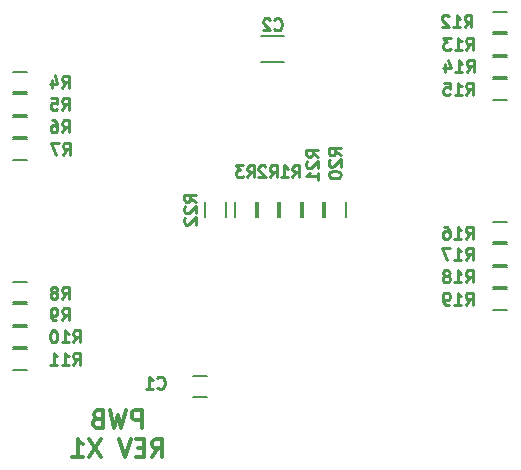
<source format=gbr>
G04 #@! TF.FileFunction,Legend,Bot*
%FSLAX46Y46*%
G04 Gerber Fmt 4.6, Leading zero omitted, Abs format (unit mm)*
G04 Created by KiCad (PCBNEW (after 2015-mar-04 BZR unknown)-product) date 2/6/2017 10:13:32 AM*
%MOMM*%
G01*
G04 APERTURE LIST*
%ADD10C,0.150000*%
%ADD11C,0.304800*%
%ADD12C,0.254000*%
G04 APERTURE END LIST*
D10*
D11*
X169037000Y-125200229D02*
X169037000Y-123676229D01*
X168456428Y-123676229D01*
X168311286Y-123748800D01*
X168238714Y-123821371D01*
X168166143Y-123966514D01*
X168166143Y-124184229D01*
X168238714Y-124329371D01*
X168311286Y-124401943D01*
X168456428Y-124474514D01*
X169037000Y-124474514D01*
X167658143Y-123676229D02*
X167295286Y-125200229D01*
X167005000Y-124111657D01*
X166714714Y-125200229D01*
X166351857Y-123676229D01*
X165263286Y-124401943D02*
X165045572Y-124474514D01*
X164973000Y-124547086D01*
X164900429Y-124692229D01*
X164900429Y-124909943D01*
X164973000Y-125055086D01*
X165045572Y-125127657D01*
X165190714Y-125200229D01*
X165771286Y-125200229D01*
X165771286Y-123676229D01*
X165263286Y-123676229D01*
X165118143Y-123748800D01*
X165045572Y-123821371D01*
X164973000Y-123966514D01*
X164973000Y-124111657D01*
X165045572Y-124256800D01*
X165118143Y-124329371D01*
X165263286Y-124401943D01*
X165771286Y-124401943D01*
X169907858Y-127638629D02*
X170415858Y-126912914D01*
X170778715Y-127638629D02*
X170778715Y-126114629D01*
X170198143Y-126114629D01*
X170053001Y-126187200D01*
X169980429Y-126259771D01*
X169907858Y-126404914D01*
X169907858Y-126622629D01*
X169980429Y-126767771D01*
X170053001Y-126840343D01*
X170198143Y-126912914D01*
X170778715Y-126912914D01*
X169254715Y-126840343D02*
X168746715Y-126840343D01*
X168529001Y-127638629D02*
X169254715Y-127638629D01*
X169254715Y-126114629D01*
X168529001Y-126114629D01*
X168093572Y-126114629D02*
X167585572Y-127638629D01*
X167077572Y-126114629D01*
X165553572Y-126114629D02*
X164537572Y-127638629D01*
X164537572Y-126114629D02*
X165553572Y-127638629D01*
X163158714Y-127638629D02*
X164029571Y-127638629D01*
X163594143Y-127638629D02*
X163594143Y-126114629D01*
X163739286Y-126332343D01*
X163884428Y-126477486D01*
X164029571Y-126550057D01*
D10*
X199990000Y-89930000D02*
X198790000Y-89930000D01*
X198790000Y-91680000D02*
X199990000Y-91680000D01*
X199990000Y-95645000D02*
X198790000Y-95645000D01*
X198790000Y-97395000D02*
X199990000Y-97395000D01*
X199990000Y-91835000D02*
X198790000Y-91835000D01*
X198790000Y-93585000D02*
X199990000Y-93585000D01*
X158150000Y-100570000D02*
X159350000Y-100570000D01*
X159350000Y-98820000D02*
X158150000Y-98820000D01*
X158150000Y-96760000D02*
X159350000Y-96760000D01*
X159350000Y-95010000D02*
X158150000Y-95010000D01*
X199990000Y-107710000D02*
X198790000Y-107710000D01*
X198790000Y-109460000D02*
X199990000Y-109460000D01*
X199990000Y-113425000D02*
X198790000Y-113425000D01*
X198790000Y-115175000D02*
X199990000Y-115175000D01*
X158150000Y-120255000D02*
X159350000Y-120255000D01*
X159350000Y-118505000D02*
X158150000Y-118505000D01*
X199990000Y-93740000D02*
X198790000Y-93740000D01*
X198790000Y-95490000D02*
X199990000Y-95490000D01*
X178675000Y-107280000D02*
X178675000Y-106080000D01*
X176925000Y-106080000D02*
X176925000Y-107280000D01*
X199990000Y-111520000D02*
X198790000Y-111520000D01*
X198790000Y-113270000D02*
X199990000Y-113270000D01*
X158150000Y-98665000D02*
X159350000Y-98665000D01*
X159350000Y-96915000D02*
X158150000Y-96915000D01*
X158150000Y-102475000D02*
X159350000Y-102475000D01*
X159350000Y-100725000D02*
X158150000Y-100725000D01*
X180580000Y-107280000D02*
X180580000Y-106080000D01*
X178830000Y-106080000D02*
X178830000Y-107280000D01*
X199990000Y-109615000D02*
X198790000Y-109615000D01*
X198790000Y-111365000D02*
X199990000Y-111365000D01*
X173390000Y-122541000D02*
X174590000Y-122541000D01*
X174590000Y-120791000D02*
X173390000Y-120791000D01*
X181086000Y-92016000D02*
X179086000Y-92016000D01*
X179086000Y-94166000D02*
X181086000Y-94166000D01*
X158150000Y-114540000D02*
X159350000Y-114540000D01*
X159350000Y-112790000D02*
X158150000Y-112790000D01*
X158150000Y-118350000D02*
X159350000Y-118350000D01*
X159350000Y-116600000D02*
X158150000Y-116600000D01*
X158150000Y-116445000D02*
X159350000Y-116445000D01*
X159350000Y-114695000D02*
X158150000Y-114695000D01*
X182485000Y-107280000D02*
X182485000Y-106080000D01*
X180735000Y-106080000D02*
X180735000Y-107280000D01*
X186295000Y-107280000D02*
X186295000Y-106080000D01*
X184545000Y-106080000D02*
X184545000Y-107280000D01*
X184390000Y-107280000D02*
X184390000Y-106080000D01*
X182640000Y-106080000D02*
X182640000Y-107280000D01*
X176135000Y-107280000D02*
X176135000Y-106080000D01*
X174385000Y-106080000D02*
X174385000Y-107280000D01*
D12*
X196353143Y-91259619D02*
X196691809Y-90775810D01*
X196933714Y-91259619D02*
X196933714Y-90243619D01*
X196546667Y-90243619D01*
X196449905Y-90292000D01*
X196401524Y-90340381D01*
X196353143Y-90437143D01*
X196353143Y-90582286D01*
X196401524Y-90679048D01*
X196449905Y-90727429D01*
X196546667Y-90775810D01*
X196933714Y-90775810D01*
X195385524Y-91259619D02*
X195966095Y-91259619D01*
X195675809Y-91259619D02*
X195675809Y-90243619D01*
X195772571Y-90388762D01*
X195869333Y-90485524D01*
X195966095Y-90533905D01*
X194998476Y-90340381D02*
X194950095Y-90292000D01*
X194853333Y-90243619D01*
X194611429Y-90243619D01*
X194514667Y-90292000D01*
X194466286Y-90340381D01*
X194417905Y-90437143D01*
X194417905Y-90533905D01*
X194466286Y-90679048D01*
X195046857Y-91259619D01*
X194417905Y-91259619D01*
X196487143Y-96979619D02*
X196825809Y-96495810D01*
X197067714Y-96979619D02*
X197067714Y-95963619D01*
X196680667Y-95963619D01*
X196583905Y-96012000D01*
X196535524Y-96060381D01*
X196487143Y-96157143D01*
X196487143Y-96302286D01*
X196535524Y-96399048D01*
X196583905Y-96447429D01*
X196680667Y-96495810D01*
X197067714Y-96495810D01*
X195519524Y-96979619D02*
X196100095Y-96979619D01*
X195809809Y-96979619D02*
X195809809Y-95963619D01*
X195906571Y-96108762D01*
X196003333Y-96205524D01*
X196100095Y-96253905D01*
X194600286Y-95963619D02*
X195084095Y-95963619D01*
X195132476Y-96447429D01*
X195084095Y-96399048D01*
X194987333Y-96350667D01*
X194745429Y-96350667D01*
X194648667Y-96399048D01*
X194600286Y-96447429D01*
X194551905Y-96544190D01*
X194551905Y-96786095D01*
X194600286Y-96882857D01*
X194648667Y-96931238D01*
X194745429Y-96979619D01*
X194987333Y-96979619D01*
X195084095Y-96931238D01*
X195132476Y-96882857D01*
X196487143Y-93169619D02*
X196825809Y-92685810D01*
X197067714Y-93169619D02*
X197067714Y-92153619D01*
X196680667Y-92153619D01*
X196583905Y-92202000D01*
X196535524Y-92250381D01*
X196487143Y-92347143D01*
X196487143Y-92492286D01*
X196535524Y-92589048D01*
X196583905Y-92637429D01*
X196680667Y-92685810D01*
X197067714Y-92685810D01*
X195519524Y-93169619D02*
X196100095Y-93169619D01*
X195809809Y-93169619D02*
X195809809Y-92153619D01*
X195906571Y-92298762D01*
X196003333Y-92395524D01*
X196100095Y-92443905D01*
X195180857Y-92153619D02*
X194551905Y-92153619D01*
X194890571Y-92540667D01*
X194745429Y-92540667D01*
X194648667Y-92589048D01*
X194600286Y-92637429D01*
X194551905Y-92734190D01*
X194551905Y-92976095D01*
X194600286Y-93072857D01*
X194648667Y-93121238D01*
X194745429Y-93169619D01*
X195035714Y-93169619D01*
X195132476Y-93121238D01*
X195180857Y-93072857D01*
X162269333Y-100159619D02*
X162607999Y-99675810D01*
X162849904Y-100159619D02*
X162849904Y-99143619D01*
X162462857Y-99143619D01*
X162366095Y-99192000D01*
X162317714Y-99240381D01*
X162269333Y-99337143D01*
X162269333Y-99482286D01*
X162317714Y-99579048D01*
X162366095Y-99627429D01*
X162462857Y-99675810D01*
X162849904Y-99675810D01*
X161398476Y-99143619D02*
X161591999Y-99143619D01*
X161688761Y-99192000D01*
X161737142Y-99240381D01*
X161833904Y-99385524D01*
X161882285Y-99579048D01*
X161882285Y-99966095D01*
X161833904Y-100062857D01*
X161785523Y-100111238D01*
X161688761Y-100159619D01*
X161495238Y-100159619D01*
X161398476Y-100111238D01*
X161350095Y-100062857D01*
X161301714Y-99966095D01*
X161301714Y-99724190D01*
X161350095Y-99627429D01*
X161398476Y-99579048D01*
X161495238Y-99530667D01*
X161688761Y-99530667D01*
X161785523Y-99579048D01*
X161833904Y-99627429D01*
X161882285Y-99724190D01*
X162269333Y-96359619D02*
X162607999Y-95875810D01*
X162849904Y-96359619D02*
X162849904Y-95343619D01*
X162462857Y-95343619D01*
X162366095Y-95392000D01*
X162317714Y-95440381D01*
X162269333Y-95537143D01*
X162269333Y-95682286D01*
X162317714Y-95779048D01*
X162366095Y-95827429D01*
X162462857Y-95875810D01*
X162849904Y-95875810D01*
X161398476Y-95682286D02*
X161398476Y-96359619D01*
X161640380Y-95295238D02*
X161882285Y-96020952D01*
X161253333Y-96020952D01*
X196453143Y-109159619D02*
X196791809Y-108675810D01*
X197033714Y-109159619D02*
X197033714Y-108143619D01*
X196646667Y-108143619D01*
X196549905Y-108192000D01*
X196501524Y-108240381D01*
X196453143Y-108337143D01*
X196453143Y-108482286D01*
X196501524Y-108579048D01*
X196549905Y-108627429D01*
X196646667Y-108675810D01*
X197033714Y-108675810D01*
X195485524Y-109159619D02*
X196066095Y-109159619D01*
X195775809Y-109159619D02*
X195775809Y-108143619D01*
X195872571Y-108288762D01*
X195969333Y-108385524D01*
X196066095Y-108433905D01*
X194614667Y-108143619D02*
X194808190Y-108143619D01*
X194904952Y-108192000D01*
X194953333Y-108240381D01*
X195050095Y-108385524D01*
X195098476Y-108579048D01*
X195098476Y-108966095D01*
X195050095Y-109062857D01*
X195001714Y-109111238D01*
X194904952Y-109159619D01*
X194711429Y-109159619D01*
X194614667Y-109111238D01*
X194566286Y-109062857D01*
X194517905Y-108966095D01*
X194517905Y-108724190D01*
X194566286Y-108627429D01*
X194614667Y-108579048D01*
X194711429Y-108530667D01*
X194904952Y-108530667D01*
X195001714Y-108579048D01*
X195050095Y-108627429D01*
X195098476Y-108724190D01*
X196453143Y-114759619D02*
X196791809Y-114275810D01*
X197033714Y-114759619D02*
X197033714Y-113743619D01*
X196646667Y-113743619D01*
X196549905Y-113792000D01*
X196501524Y-113840381D01*
X196453143Y-113937143D01*
X196453143Y-114082286D01*
X196501524Y-114179048D01*
X196549905Y-114227429D01*
X196646667Y-114275810D01*
X197033714Y-114275810D01*
X195485524Y-114759619D02*
X196066095Y-114759619D01*
X195775809Y-114759619D02*
X195775809Y-113743619D01*
X195872571Y-113888762D01*
X195969333Y-113985524D01*
X196066095Y-114033905D01*
X195001714Y-114759619D02*
X194808190Y-114759619D01*
X194711429Y-114711238D01*
X194663048Y-114662857D01*
X194566286Y-114517714D01*
X194517905Y-114324190D01*
X194517905Y-113937143D01*
X194566286Y-113840381D01*
X194614667Y-113792000D01*
X194711429Y-113743619D01*
X194904952Y-113743619D01*
X195001714Y-113792000D01*
X195050095Y-113840381D01*
X195098476Y-113937143D01*
X195098476Y-114179048D01*
X195050095Y-114275810D01*
X195001714Y-114324190D01*
X194904952Y-114372571D01*
X194711429Y-114372571D01*
X194614667Y-114324190D01*
X194566286Y-114275810D01*
X194517905Y-114179048D01*
X163213143Y-119839619D02*
X163551809Y-119355810D01*
X163793714Y-119839619D02*
X163793714Y-118823619D01*
X163406667Y-118823619D01*
X163309905Y-118872000D01*
X163261524Y-118920381D01*
X163213143Y-119017143D01*
X163213143Y-119162286D01*
X163261524Y-119259048D01*
X163309905Y-119307429D01*
X163406667Y-119355810D01*
X163793714Y-119355810D01*
X162245524Y-119839619D02*
X162826095Y-119839619D01*
X162535809Y-119839619D02*
X162535809Y-118823619D01*
X162632571Y-118968762D01*
X162729333Y-119065524D01*
X162826095Y-119113905D01*
X161277905Y-119839619D02*
X161858476Y-119839619D01*
X161568190Y-119839619D02*
X161568190Y-118823619D01*
X161664952Y-118968762D01*
X161761714Y-119065524D01*
X161858476Y-119113905D01*
X196553143Y-95059619D02*
X196891809Y-94575810D01*
X197133714Y-95059619D02*
X197133714Y-94043619D01*
X196746667Y-94043619D01*
X196649905Y-94092000D01*
X196601524Y-94140381D01*
X196553143Y-94237143D01*
X196553143Y-94382286D01*
X196601524Y-94479048D01*
X196649905Y-94527429D01*
X196746667Y-94575810D01*
X197133714Y-94575810D01*
X195585524Y-95059619D02*
X196166095Y-95059619D01*
X195875809Y-95059619D02*
X195875809Y-94043619D01*
X195972571Y-94188762D01*
X196069333Y-94285524D01*
X196166095Y-94333905D01*
X194714667Y-94382286D02*
X194714667Y-95059619D01*
X194956571Y-93995238D02*
X195198476Y-94720952D01*
X194569524Y-94720952D01*
X177969333Y-103964619D02*
X178307999Y-103480810D01*
X178549904Y-103964619D02*
X178549904Y-102948619D01*
X178162857Y-102948619D01*
X178066095Y-102997000D01*
X178017714Y-103045381D01*
X177969333Y-103142143D01*
X177969333Y-103287286D01*
X178017714Y-103384048D01*
X178066095Y-103432429D01*
X178162857Y-103480810D01*
X178549904Y-103480810D01*
X177630666Y-102948619D02*
X177001714Y-102948619D01*
X177340380Y-103335667D01*
X177195238Y-103335667D01*
X177098476Y-103384048D01*
X177050095Y-103432429D01*
X177001714Y-103529190D01*
X177001714Y-103771095D01*
X177050095Y-103867857D01*
X177098476Y-103916238D01*
X177195238Y-103964619D01*
X177485523Y-103964619D01*
X177582285Y-103916238D01*
X177630666Y-103867857D01*
X196453143Y-112859619D02*
X196791809Y-112375810D01*
X197033714Y-112859619D02*
X197033714Y-111843619D01*
X196646667Y-111843619D01*
X196549905Y-111892000D01*
X196501524Y-111940381D01*
X196453143Y-112037143D01*
X196453143Y-112182286D01*
X196501524Y-112279048D01*
X196549905Y-112327429D01*
X196646667Y-112375810D01*
X197033714Y-112375810D01*
X195485524Y-112859619D02*
X196066095Y-112859619D01*
X195775809Y-112859619D02*
X195775809Y-111843619D01*
X195872571Y-111988762D01*
X195969333Y-112085524D01*
X196066095Y-112133905D01*
X194904952Y-112279048D02*
X195001714Y-112230667D01*
X195050095Y-112182286D01*
X195098476Y-112085524D01*
X195098476Y-112037143D01*
X195050095Y-111940381D01*
X195001714Y-111892000D01*
X194904952Y-111843619D01*
X194711429Y-111843619D01*
X194614667Y-111892000D01*
X194566286Y-111940381D01*
X194517905Y-112037143D01*
X194517905Y-112085524D01*
X194566286Y-112182286D01*
X194614667Y-112230667D01*
X194711429Y-112279048D01*
X194904952Y-112279048D01*
X195001714Y-112327429D01*
X195050095Y-112375810D01*
X195098476Y-112472571D01*
X195098476Y-112666095D01*
X195050095Y-112762857D01*
X195001714Y-112811238D01*
X194904952Y-112859619D01*
X194711429Y-112859619D01*
X194614667Y-112811238D01*
X194566286Y-112762857D01*
X194517905Y-112666095D01*
X194517905Y-112472571D01*
X194566286Y-112375810D01*
X194614667Y-112327429D01*
X194711429Y-112279048D01*
X162269333Y-98259619D02*
X162607999Y-97775810D01*
X162849904Y-98259619D02*
X162849904Y-97243619D01*
X162462857Y-97243619D01*
X162366095Y-97292000D01*
X162317714Y-97340381D01*
X162269333Y-97437143D01*
X162269333Y-97582286D01*
X162317714Y-97679048D01*
X162366095Y-97727429D01*
X162462857Y-97775810D01*
X162849904Y-97775810D01*
X161350095Y-97243619D02*
X161833904Y-97243619D01*
X161882285Y-97727429D01*
X161833904Y-97679048D01*
X161737142Y-97630667D01*
X161495238Y-97630667D01*
X161398476Y-97679048D01*
X161350095Y-97727429D01*
X161301714Y-97824190D01*
X161301714Y-98066095D01*
X161350095Y-98162857D01*
X161398476Y-98211238D01*
X161495238Y-98259619D01*
X161737142Y-98259619D01*
X161833904Y-98211238D01*
X161882285Y-98162857D01*
X162369333Y-102059619D02*
X162707999Y-101575810D01*
X162949904Y-102059619D02*
X162949904Y-101043619D01*
X162562857Y-101043619D01*
X162466095Y-101092000D01*
X162417714Y-101140381D01*
X162369333Y-101237143D01*
X162369333Y-101382286D01*
X162417714Y-101479048D01*
X162466095Y-101527429D01*
X162562857Y-101575810D01*
X162949904Y-101575810D01*
X162030666Y-101043619D02*
X161353333Y-101043619D01*
X161788761Y-102059619D01*
X179874333Y-103964619D02*
X180212999Y-103480810D01*
X180454904Y-103964619D02*
X180454904Y-102948619D01*
X180067857Y-102948619D01*
X179971095Y-102997000D01*
X179922714Y-103045381D01*
X179874333Y-103142143D01*
X179874333Y-103287286D01*
X179922714Y-103384048D01*
X179971095Y-103432429D01*
X180067857Y-103480810D01*
X180454904Y-103480810D01*
X179487285Y-103045381D02*
X179438904Y-102997000D01*
X179342142Y-102948619D01*
X179100238Y-102948619D01*
X179003476Y-102997000D01*
X178955095Y-103045381D01*
X178906714Y-103142143D01*
X178906714Y-103238905D01*
X178955095Y-103384048D01*
X179535666Y-103964619D01*
X178906714Y-103964619D01*
X196453143Y-110959619D02*
X196791809Y-110475810D01*
X197033714Y-110959619D02*
X197033714Y-109943619D01*
X196646667Y-109943619D01*
X196549905Y-109992000D01*
X196501524Y-110040381D01*
X196453143Y-110137143D01*
X196453143Y-110282286D01*
X196501524Y-110379048D01*
X196549905Y-110427429D01*
X196646667Y-110475810D01*
X197033714Y-110475810D01*
X195485524Y-110959619D02*
X196066095Y-110959619D01*
X195775809Y-110959619D02*
X195775809Y-109943619D01*
X195872571Y-110088762D01*
X195969333Y-110185524D01*
X196066095Y-110233905D01*
X195146857Y-109943619D02*
X194469524Y-109943619D01*
X194904952Y-110959619D01*
X170349333Y-121774857D02*
X170397714Y-121823238D01*
X170542857Y-121871619D01*
X170639619Y-121871619D01*
X170784761Y-121823238D01*
X170881523Y-121726476D01*
X170929904Y-121629714D01*
X170978285Y-121436190D01*
X170978285Y-121291048D01*
X170929904Y-121097524D01*
X170881523Y-121000762D01*
X170784761Y-120904000D01*
X170639619Y-120855619D01*
X170542857Y-120855619D01*
X170397714Y-120904000D01*
X170349333Y-120952381D01*
X169381714Y-121871619D02*
X169962285Y-121871619D01*
X169671999Y-121871619D02*
X169671999Y-120855619D01*
X169768761Y-121000762D01*
X169865523Y-121097524D01*
X169962285Y-121145905D01*
X180255333Y-91421857D02*
X180303714Y-91470238D01*
X180448857Y-91518619D01*
X180545619Y-91518619D01*
X180690761Y-91470238D01*
X180787523Y-91373476D01*
X180835904Y-91276714D01*
X180884285Y-91083190D01*
X180884285Y-90938048D01*
X180835904Y-90744524D01*
X180787523Y-90647762D01*
X180690761Y-90551000D01*
X180545619Y-90502619D01*
X180448857Y-90502619D01*
X180303714Y-90551000D01*
X180255333Y-90599381D01*
X179868285Y-90599381D02*
X179819904Y-90551000D01*
X179723142Y-90502619D01*
X179481238Y-90502619D01*
X179384476Y-90551000D01*
X179336095Y-90599381D01*
X179287714Y-90696143D01*
X179287714Y-90792905D01*
X179336095Y-90938048D01*
X179916666Y-91518619D01*
X179287714Y-91518619D01*
X162269333Y-114259619D02*
X162607999Y-113775810D01*
X162849904Y-114259619D02*
X162849904Y-113243619D01*
X162462857Y-113243619D01*
X162366095Y-113292000D01*
X162317714Y-113340381D01*
X162269333Y-113437143D01*
X162269333Y-113582286D01*
X162317714Y-113679048D01*
X162366095Y-113727429D01*
X162462857Y-113775810D01*
X162849904Y-113775810D01*
X161688761Y-113679048D02*
X161785523Y-113630667D01*
X161833904Y-113582286D01*
X161882285Y-113485524D01*
X161882285Y-113437143D01*
X161833904Y-113340381D01*
X161785523Y-113292000D01*
X161688761Y-113243619D01*
X161495238Y-113243619D01*
X161398476Y-113292000D01*
X161350095Y-113340381D01*
X161301714Y-113437143D01*
X161301714Y-113485524D01*
X161350095Y-113582286D01*
X161398476Y-113630667D01*
X161495238Y-113679048D01*
X161688761Y-113679048D01*
X161785523Y-113727429D01*
X161833904Y-113775810D01*
X161882285Y-113872571D01*
X161882285Y-114066095D01*
X161833904Y-114162857D01*
X161785523Y-114211238D01*
X161688761Y-114259619D01*
X161495238Y-114259619D01*
X161398476Y-114211238D01*
X161350095Y-114162857D01*
X161301714Y-114066095D01*
X161301714Y-113872571D01*
X161350095Y-113775810D01*
X161398476Y-113727429D01*
X161495238Y-113679048D01*
X163213143Y-117934619D02*
X163551809Y-117450810D01*
X163793714Y-117934619D02*
X163793714Y-116918619D01*
X163406667Y-116918619D01*
X163309905Y-116967000D01*
X163261524Y-117015381D01*
X163213143Y-117112143D01*
X163213143Y-117257286D01*
X163261524Y-117354048D01*
X163309905Y-117402429D01*
X163406667Y-117450810D01*
X163793714Y-117450810D01*
X162245524Y-117934619D02*
X162826095Y-117934619D01*
X162535809Y-117934619D02*
X162535809Y-116918619D01*
X162632571Y-117063762D01*
X162729333Y-117160524D01*
X162826095Y-117208905D01*
X161616571Y-116918619D02*
X161519810Y-116918619D01*
X161423048Y-116967000D01*
X161374667Y-117015381D01*
X161326286Y-117112143D01*
X161277905Y-117305667D01*
X161277905Y-117547571D01*
X161326286Y-117741095D01*
X161374667Y-117837857D01*
X161423048Y-117886238D01*
X161519810Y-117934619D01*
X161616571Y-117934619D01*
X161713333Y-117886238D01*
X161761714Y-117837857D01*
X161810095Y-117741095D01*
X161858476Y-117547571D01*
X161858476Y-117305667D01*
X161810095Y-117112143D01*
X161761714Y-117015381D01*
X161713333Y-116967000D01*
X161616571Y-116918619D01*
X162269333Y-116059619D02*
X162607999Y-115575810D01*
X162849904Y-116059619D02*
X162849904Y-115043619D01*
X162462857Y-115043619D01*
X162366095Y-115092000D01*
X162317714Y-115140381D01*
X162269333Y-115237143D01*
X162269333Y-115382286D01*
X162317714Y-115479048D01*
X162366095Y-115527429D01*
X162462857Y-115575810D01*
X162849904Y-115575810D01*
X161785523Y-116059619D02*
X161591999Y-116059619D01*
X161495238Y-116011238D01*
X161446857Y-115962857D01*
X161350095Y-115817714D01*
X161301714Y-115624190D01*
X161301714Y-115237143D01*
X161350095Y-115140381D01*
X161398476Y-115092000D01*
X161495238Y-115043619D01*
X161688761Y-115043619D01*
X161785523Y-115092000D01*
X161833904Y-115140381D01*
X161882285Y-115237143D01*
X161882285Y-115479048D01*
X161833904Y-115575810D01*
X161785523Y-115624190D01*
X161688761Y-115672571D01*
X161495238Y-115672571D01*
X161398476Y-115624190D01*
X161350095Y-115575810D01*
X161301714Y-115479048D01*
X181779333Y-103964619D02*
X182117999Y-103480810D01*
X182359904Y-103964619D02*
X182359904Y-102948619D01*
X181972857Y-102948619D01*
X181876095Y-102997000D01*
X181827714Y-103045381D01*
X181779333Y-103142143D01*
X181779333Y-103287286D01*
X181827714Y-103384048D01*
X181876095Y-103432429D01*
X181972857Y-103480810D01*
X182359904Y-103480810D01*
X180811714Y-103964619D02*
X181392285Y-103964619D01*
X181101999Y-103964619D02*
X181101999Y-102948619D01*
X181198761Y-103093762D01*
X181295523Y-103190524D01*
X181392285Y-103238905D01*
X185879619Y-102089857D02*
X185395810Y-101751191D01*
X185879619Y-101509286D02*
X184863619Y-101509286D01*
X184863619Y-101896333D01*
X184912000Y-101993095D01*
X184960381Y-102041476D01*
X185057143Y-102089857D01*
X185202286Y-102089857D01*
X185299048Y-102041476D01*
X185347429Y-101993095D01*
X185395810Y-101896333D01*
X185395810Y-101509286D01*
X184960381Y-102476905D02*
X184912000Y-102525286D01*
X184863619Y-102622048D01*
X184863619Y-102863952D01*
X184912000Y-102960714D01*
X184960381Y-103009095D01*
X185057143Y-103057476D01*
X185153905Y-103057476D01*
X185299048Y-103009095D01*
X185879619Y-102428524D01*
X185879619Y-103057476D01*
X184863619Y-103686429D02*
X184863619Y-103783190D01*
X184912000Y-103879952D01*
X184960381Y-103928333D01*
X185057143Y-103976714D01*
X185250667Y-104025095D01*
X185492571Y-104025095D01*
X185686095Y-103976714D01*
X185782857Y-103928333D01*
X185831238Y-103879952D01*
X185879619Y-103783190D01*
X185879619Y-103686429D01*
X185831238Y-103589667D01*
X185782857Y-103541286D01*
X185686095Y-103492905D01*
X185492571Y-103444524D01*
X185250667Y-103444524D01*
X185057143Y-103492905D01*
X184960381Y-103541286D01*
X184912000Y-103589667D01*
X184863619Y-103686429D01*
X183974619Y-102216857D02*
X183490810Y-101878191D01*
X183974619Y-101636286D02*
X182958619Y-101636286D01*
X182958619Y-102023333D01*
X183007000Y-102120095D01*
X183055381Y-102168476D01*
X183152143Y-102216857D01*
X183297286Y-102216857D01*
X183394048Y-102168476D01*
X183442429Y-102120095D01*
X183490810Y-102023333D01*
X183490810Y-101636286D01*
X183055381Y-102603905D02*
X183007000Y-102652286D01*
X182958619Y-102749048D01*
X182958619Y-102990952D01*
X183007000Y-103087714D01*
X183055381Y-103136095D01*
X183152143Y-103184476D01*
X183248905Y-103184476D01*
X183394048Y-103136095D01*
X183974619Y-102555524D01*
X183974619Y-103184476D01*
X183974619Y-104152095D02*
X183974619Y-103571524D01*
X183974619Y-103861810D02*
X182958619Y-103861810D01*
X183103762Y-103765048D01*
X183200524Y-103668286D01*
X183248905Y-103571524D01*
X173619619Y-106026857D02*
X173135810Y-105688191D01*
X173619619Y-105446286D02*
X172603619Y-105446286D01*
X172603619Y-105833333D01*
X172652000Y-105930095D01*
X172700381Y-105978476D01*
X172797143Y-106026857D01*
X172942286Y-106026857D01*
X173039048Y-105978476D01*
X173087429Y-105930095D01*
X173135810Y-105833333D01*
X173135810Y-105446286D01*
X172700381Y-106413905D02*
X172652000Y-106462286D01*
X172603619Y-106559048D01*
X172603619Y-106800952D01*
X172652000Y-106897714D01*
X172700381Y-106946095D01*
X172797143Y-106994476D01*
X172893905Y-106994476D01*
X173039048Y-106946095D01*
X173619619Y-106365524D01*
X173619619Y-106994476D01*
X172700381Y-107381524D02*
X172652000Y-107429905D01*
X172603619Y-107526667D01*
X172603619Y-107768571D01*
X172652000Y-107865333D01*
X172700381Y-107913714D01*
X172797143Y-107962095D01*
X172893905Y-107962095D01*
X173039048Y-107913714D01*
X173619619Y-107333143D01*
X173619619Y-107962095D01*
M02*

</source>
